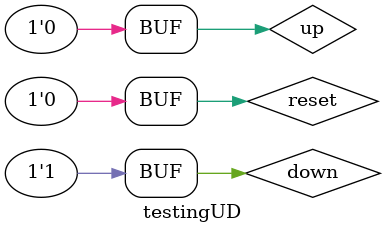
<source format=v>
`timescale 1ns / 1ps


module testingUD();
reg reset, up, down;
wire [1:0] out;
//module upDownCounter #(parameter n = 2, y = 4) (input clk, en, reset, upDown, output reg [n-1:0] count);
upDownCounter w(reset, up, down, out);

//initial begin
//clk = 0 ;
//forever #50 clk=~clk;
//end

initial begin
reset=1;
up = 0; down = 0;
#100
reset=0; up = 1; down = 0;
#100
reset=0; up = 1; down = 0;
#100
reset=0; up = 1; down = 0;
#100
reset=0; up = 0; down = 1;
end
endmodule

</source>
